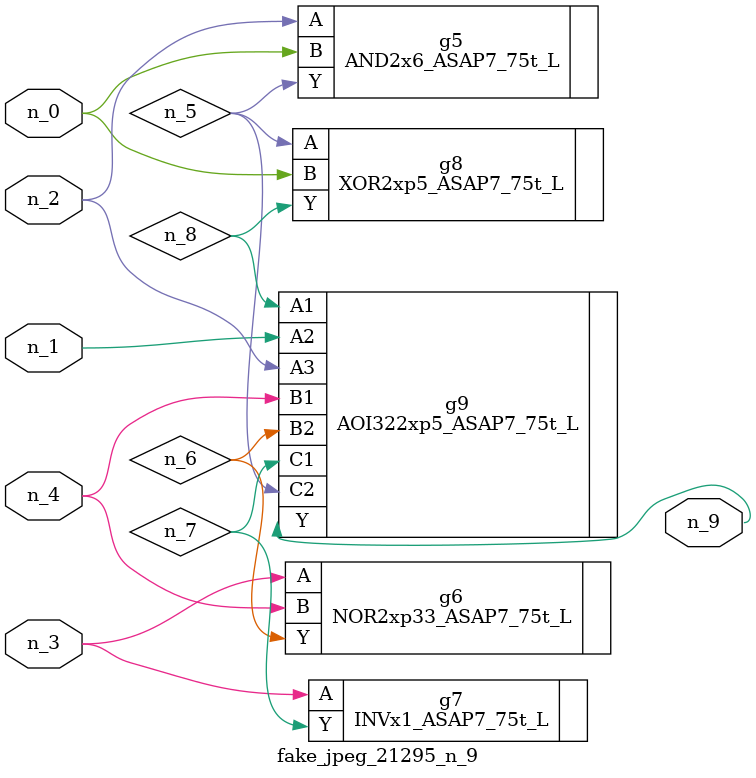
<source format=v>
module fake_jpeg_21295_n_9 (n_3, n_2, n_1, n_0, n_4, n_9);

input n_3;
input n_2;
input n_1;
input n_0;
input n_4;

output n_9;

wire n_8;
wire n_6;
wire n_5;
wire n_7;

AND2x6_ASAP7_75t_L g5 ( 
.A(n_2),
.B(n_0),
.Y(n_5)
);

NOR2xp33_ASAP7_75t_L g6 ( 
.A(n_3),
.B(n_4),
.Y(n_6)
);

INVx1_ASAP7_75t_L g7 ( 
.A(n_3),
.Y(n_7)
);

XOR2xp5_ASAP7_75t_L g8 ( 
.A(n_5),
.B(n_0),
.Y(n_8)
);

AOI322xp5_ASAP7_75t_L g9 ( 
.A1(n_8),
.A2(n_1),
.A3(n_2),
.B1(n_4),
.B2(n_6),
.C1(n_7),
.C2(n_5),
.Y(n_9)
);


endmodule
</source>
